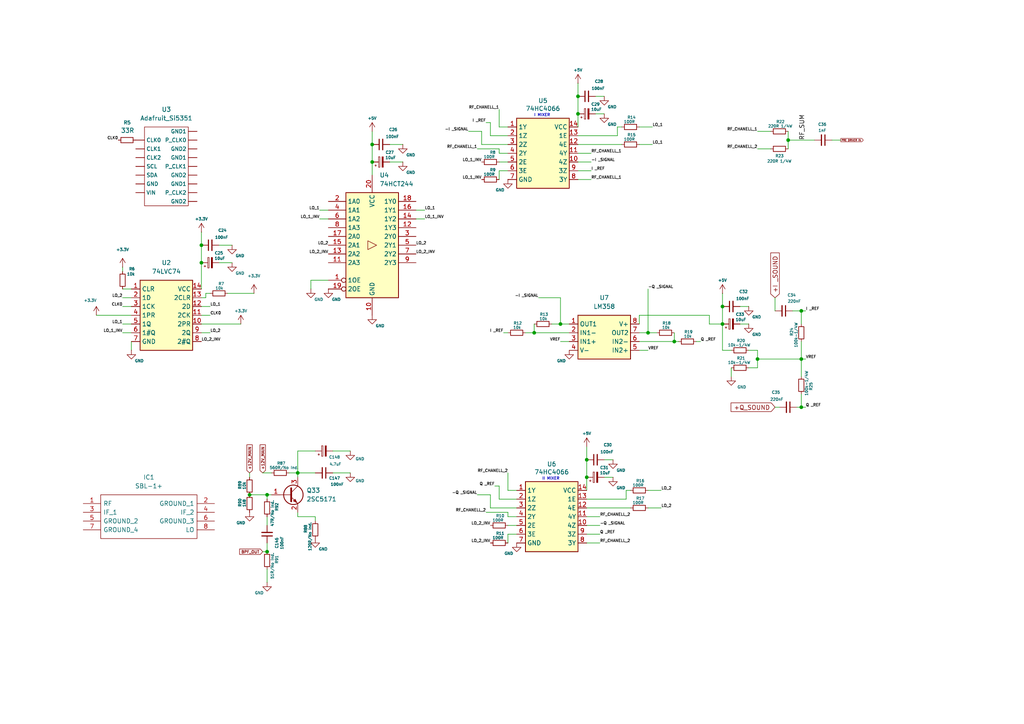
<source format=kicad_sch>
(kicad_sch (version 20250114) (generator "eeschema") (generator_version "9.0")
  (paper "A4")
  (title_block (title "Omega Radio") (comment 1 "RF, IF"))
  (lib_symbols
    (symbol "74HC4066_1"
      (property "Reference" "U" (at 0 12.7 0))
      (property "Value" "74HC4066" (at 0 10.16 0))
      (symbol "74HC4066_1_0_0"
        (pin no_connect line (at 7.62 -8.89 180) (length 2.54) (hide yes) (name "NC") (number "4"))
        (pin no_connect line (at 7.62 -11.43 180) (length 2.54) (hide yes) (name "NC") (number "11"))
      )
      (symbol "74HC4066_1_0_1"
        (rectangle (start -7.62 8.89) (end 7.62 -11.43) (stroke (width 0.254)) (fill (type background)))
      )
      (symbol "74HC4066_1_1_0"
        (pin input line (at -10.16 6.35 0) (length 2.54) (name "1Y") (number "1"))
        (pin input line (at -10.16 3.81 0) (length 2.54) (name "1Z") (number "2"))
        (pin input line (at -10.16 1.27 0) (length 2.54) (name "2Z") (number "3"))
        (pin input line (at -10.16 -1.27 0) (length 2.54) (name "2Y") (number "4"))
        (pin input line (at -10.16 -3.81 0) (length 2.54) (name "2E") (number "5"))
        (pin input line (at -10.16 -6.35 0) (length 2.54) (name "3E") (number "6"))
        (pin input line (at -10.16 -8.89 0) (length 2.54) (name "GND") (number "7"))
        (pin power_in line (at 10.16 6.35 180) (length 2.54) (name "VCC") (number "14"))
        (pin input line (at 10.16 3.81 180) (length 2.54) (name "1E") (number "13"))
        (pin input line (at 10.16 1.27 180) (length 2.54) (name "4E") (number "12"))
        (pin input line (at 10.16 -1.27 180) (length 2.54) (name "4Y") (number "11"))
        (pin input line (at 10.16 -3.81 180) (length 2.54) (name "4Z") (number "10"))
        (pin input line (at 10.16 -6.35 180) (length 2.54) (name "3Z") (number "9"))
        (pin output line (at 10.16 -8.89 180) (length 2.54) (name "3Y") (number "8"))
      )
    )
    (symbol "74xx:74HCT244"
      (property "Reference" "U" (at -7.62 16.51 0))
      (property "Value" "74HCT244" (at -7.62 -16.51 0))
      (symbol "74HCT244_1_0"
        (polyline (pts (xy 1.27 0) (xy -1.27 1.27) (xy -1.27 -1.27) (xy 1.27 0)) (stroke (width 0.1524)))
        (pin input line (at -12.7 12.7 0) (length 5.08) (name "1A0") (number "2"))
        (pin input line (at -12.7 10.16 0) (length 5.08) (name "1A1") (number "4"))
        (pin input line (at -12.7 7.62 0) (length 5.08) (name "1A2") (number "6"))
        (pin input line (at -12.7 5.08 0) (length 5.08) (name "1A3") (number "8"))
        (pin input line (at -12.7 2.54 0) (length 5.08) (name "2A0") (number "17"))
        (pin input line (at -12.7 0 0) (length 5.08) (name "2A1") (number "15"))
        (pin input line (at -12.7 -2.54 0) (length 5.08) (name "2A2") (number "13"))
        (pin input line (at -12.7 -5.08 0) (length 5.08) (name "2A3") (number "11"))
        (pin input inverted (at -12.7 -10.16 0) (length 5.08) (name "1OE") (number "1"))
        (pin input inverted (at -12.7 -12.7 0) (length 5.08) (name "2OE") (number "19"))
        (pin power_in line (at 0 20.32 270) (length 5.08) (name "VCC") (number "20"))
        (pin power_in line (at 0 -20.32 90) (length 5.08) (name "GND") (number "10"))
        (pin tri_state line (at 12.7 12.7 180) (length 5.08) (name "1Y0") (number "18"))
        (pin tri_state line (at 12.7 10.16 180) (length 5.08) (name "1Y1") (number "16"))
        (pin tri_state line (at 12.7 7.62 180) (length 5.08) (name "1Y2") (number "14"))
        (pin tri_state line (at 12.7 5.08 180) (length 5.08) (name "1Y3") (number "12"))
        (pin tri_state line (at 12.7 2.54 180) (length 5.08) (name "2Y0") (number "3"))
        (pin tri_state line (at 12.7 0 180) (length 5.08) (name "2Y1") (number "5"))
        (pin tri_state line (at 12.7 -2.54 180) (length 5.08) (name "2Y2") (number "7"))
        (pin tri_state line (at 12.7 -5.08 180) (length 5.08) (name "2Y3") (number "9"))
      )
      (symbol "74HCT244_1_1"
        (rectangle (start -7.62 15.24) (end 7.62 -15.24) (stroke (width 0.254)) (fill (type background)))
      )
    )
    (symbol "Device:C_Polarized_Small" (pin_numbers (hide yes)) (pin_names (offset 0.254) (hide yes))
      (property "Reference" "C" (at 0.254 1.778 0))
      (property "Value" "C_Polarized_Small" (at 0.254 -2.032 0))
      (symbol "C_Polarized_Small_0_1"
        (rectangle (start -1.524 0.6858) (end 1.524 0.3048))
        (rectangle (start -1.524 -0.3048) (end 1.524 -0.6858) (fill (type outline)))
        (polyline (pts (xy -1.27 1.524) (xy -0.762 1.524)))
        (polyline (pts (xy -1.016 1.27) (xy -1.016 1.778)))
      )
      (symbol "C_Polarized_Small_1_1"
        (pin passive line (at 0 2.54 270) (length 1.8542) (name "~") (number "1"))
        (pin passive line (at 0 -2.54 90) (length 1.8542) (name "~") (number "2"))
      )
    )
    (symbol "Device:C_Small" (pin_numbers (hide yes)) (pin_names (offset 0.254) (hide yes))
      (property "Reference" "C" (at 0.254 1.778 0))
      (property "Value" "C_Small" (at 0.254 -2.032 0))
      (symbol "C_Small_0_1"
        (polyline (pts (xy -1.524 0.508) (xy 1.524 0.508)) (stroke (width 0.3048)))
        (polyline (pts (xy -1.524 -0.508) (xy 1.524 -0.508)) (stroke (width 0.3302)))
      )
      (symbol "C_Small_1_1"
        (pin passive line (at 0 2.54 270) (length 2.032) (name "~") (number "1"))
        (pin passive line (at 0 -2.54 90) (length 2.032) (name "~") (number "2"))
      )
    )
    (symbol "Device:R_Small" (pin_numbers (hide yes)) (pin_names (offset 0.254) (hide yes))
      (property "Reference" "R" (at 0 0 90))
      (property "Value" "R_Small" (at 1.778 0 90))
      (symbol "R_Small_0_1"
        (rectangle (start -0.762 1.778) (end 0.762 -1.778) (stroke (width 0.2032)))
      )
      (symbol "R_Small_1_1"
        (pin passive line (at 0 2.54 270) (length 0.762) (name "~") (number "1"))
        (pin passive line (at 0 -2.54 90) (length 0.762) (name "~") (number "2"))
      )
    )
    (symbol "Transistor_BJT:2SC1945" (pin_names (offset 0) (hide yes))
      (property "Reference" "Q" (at 5.08 1.905 0))
      (property "Value" "2SC1945" (at 5.08 0 0))
      (symbol "2SC1945_0_1"
        (polyline (pts (xy -2.54 0) (xy 0.635 0)))
        (polyline (pts (xy 0.635 1.905) (xy 0.635 -1.905)) (stroke (width 0.508)))
        (circle (center 1.27 0) (radius 2.8194) (stroke (width 0.254)))
      )
      (symbol "2SC1945_1_1"
        (polyline (pts (xy 0.635 0.635) (xy 2.54 2.54)))
        (polyline (pts (xy 0.635 -0.635) (xy 2.54 -2.54)))
        (polyline (pts (xy 1.27 -1.778) (xy 1.778 -1.27) (xy 2.286 -2.286) (xy 1.27 -1.778)) (fill (type outline)))
        (pin input line (at -5.08 0 0) (length 2.54) (name "B") (number "1"))
        (pin passive line (at 2.54 5.08 270) (length 2.54) (name "C") (number "3"))
        (pin passive line (at 2.54 -5.08 90) (length 2.54) (name "E") (number "2"))
      )
    )
    (symbol "omega:74HC4066"
      (property "Reference" "U" (at 0 12.7 0))
      (property "Value" "74HC4066" (at 0 10.16 0))
      (symbol "74HC4066_0_0"
        (pin no_connect line (at 7.62 -8.89 180) (length 2.54) (hide yes) (name "NC") (number "4"))
        (pin no_connect line (at 7.62 -11.43 180) (length 2.54) (hide yes) (name "NC") (number "11"))
      )
      (symbol "74HC4066_0_1"
        (rectangle (start -7.62 8.89) (end 7.62 -11.43) (stroke (width 0.254)) (fill (type background)))
      )
      (symbol "74HC4066_1_0"
        (pin input line (at -10.16 6.35 0) (length 2.54) (name "1Y") (number "1"))
        (pin input line (at -10.16 3.81 0) (length 2.54) (name "1Z") (number "2"))
        (pin input line (at -10.16 1.27 0) (length 2.54) (name "2Z") (number "3"))
        (pin input line (at -10.16 -1.27 0) (length 2.54) (name "2Y") (number "4"))
        (pin input line (at -10.16 -3.81 0) (length 2.54) (name "2E") (number "5"))
        (pin input line (at -10.16 -6.35 0) (length 2.54) (name "3E") (number "6"))
        (pin input line (at -10.16 -8.89 0) (length 2.54) (name "GND") (number "7"))
        (pin power_in line (at 10.16 6.35 180) (length 2.54) (name "VCC") (number "14"))
        (pin input line (at 10.16 3.81 180) (length 2.54) (name "1E") (number "13"))
        (pin input line (at 10.16 1.27 180) (length 2.54) (name "4E") (number "12"))
        (pin input line (at 10.16 -1.27 180) (length 2.54) (name "4Y") (number "11"))
        (pin input line (at 10.16 -3.81 180) (length 2.54) (name "4Z") (number "10"))
        (pin input line (at 10.16 -6.35 180) (length 2.54) (name "3Z") (number "9"))
        (pin output line (at 10.16 -8.89 180) (length 2.54) (name "3Y") (number "8"))
      )
    )
    (symbol "omega:74LVC74"
      (property "Reference" "U" (at 7.62 1.27 0))
      (property "Value" "74LVC74" (at 7.62 -1.27 0))
      (symbol "74LVC74_0_0"
        (pin no_connect line (at 15.24 -20.32 180) (length 2.54) (hide yes) (name "NC") (number "4"))
        (pin no_connect line (at 15.24 -22.86 180) (length 2.54) (hide yes) (name "NC") (number "11"))
      )
      (symbol "74LVC74_0_1"
        (rectangle (start 0 -2.54) (end 15.24 -22.86) (stroke (width 0.254)) (fill (type background)))
      )
      (symbol "74LVC74_1_0"
        (pin input line (at -2.54 -5.08 0) (length 2.54) (name "CLR") (number "1"))
        (pin input line (at -2.54 -7.62 0) (length 2.54) (name "1D") (number "2"))
        (pin input line (at -2.54 -10.16 0) (length 2.54) (name "1CK") (number "3"))
        (pin input line (at -2.54 -12.7 0) (length 2.54) (name "1PR") (number "4"))
        (pin input line (at -2.54 -15.24 0) (length 2.54) (name "1Q") (number "5"))
        (pin input line (at -2.54 -17.78 0) (length 2.54) (name "1#Q") (number "6"))
        (pin input line (at -2.54 -20.32 0) (length 2.54) (name "GND") (number "7"))
        (pin power_in line (at 17.78 -5.08 180) (length 2.54) (name "VCC") (number "14"))
        (pin input line (at 17.78 -7.62 180) (length 2.54) (name "2CLR") (number "13"))
        (pin input line (at 17.78 -10.16 180) (length 2.54) (name "2D") (number "12"))
        (pin input line (at 17.78 -12.7 180) (length 2.54) (name "2CK") (number "11"))
        (pin input line (at 17.78 -15.24 180) (length 2.54) (name "2PR") (number "10"))
        (pin input line (at 17.78 -17.78 180) (length 2.54) (name "2Q") (number "9"))
        (pin output line (at 17.78 -20.32 180) (length 2.54) (name "2#Q") (number "8"))
      )
    )
    (symbol "omega:Adafruit_Si5351"
      (property "Reference" "U" (at 0 16.51 0))
      (property "Value" "Adafruit_Si5351" (at 1.27 13.97 0))
      (symbol "Adafruit_Si5351_1_1"
        (rectangle (start -5.08 11.43) (end 7.62 -11.43))
        (pin input line (at -7.62 7.62 0) (length 2.54) (name "CLK0") (number ""))
        (pin input line (at -7.62 5.08 0) (length 2.54) (name "CLK1") (number ""))
        (pin input line (at -7.62 2.54 0) (length 2.54) (name "CLK2") (number ""))
        (pin input line (at -7.62 0 0) (length 2.54) (name "SCL") (number ""))
        (pin input line (at -7.62 -2.54 0) (length 2.54) (name "SDA") (number ""))
        (pin input line (at -7.62 -5.08 0) (length 2.54) (name "GND") (number ""))
        (pin power_in line (at -7.62 -7.62 0) (length 2.54) (name "VIN") (number ""))
        (pin input line (at 10.16 10.16 180) (length 2.54) (name "GND1") (number ""))
        (pin input line (at 10.16 7.62 180) (length 2.54) (name "P_CLK0") (number ""))
        (pin input line (at 10.16 5.08 180) (length 2.54) (name "GND2") (number ""))
        (pin input line (at 10.16 2.54 180) (length 2.54) (name "GND1") (number ""))
        (pin input line (at 10.16 0 180) (length 2.54) (name "P_CLK1") (number ""))
        (pin input line (at 10.16 -2.54 180) (length 2.54) (name "GND2") (number ""))
        (pin input line (at 10.16 -5.08 180) (length 2.54) (name "GND1") (number ""))
        (pin input line (at 10.16 -7.62 180) (length 2.54) (name "P_CLK2") (number ""))
        (pin input line (at 10.16 -10.16 180) (length 2.54) (name "GND2") (number ""))
      )
    )
    (symbol "omega:LM358"
      (property "Reference" "U" (at 0 0 0))
      (property "Value" "LM358" (at 0 -2.54 0))
      (symbol "LM358_0_0"
        (pin no_connect line (at 7.62 -16.51 180) (length 2.54) (hide yes) (name "NC") (number "11"))
        (pin no_connect line (at 7.62 -16.51 180) (length 2.54) (hide yes) (name "NC") (number "4"))
      )
      (symbol "LM358_0_1"
        (rectangle (start -7.62 -3.81) (end 7.62 -16.51) (stroke (width 0.254)) (fill (type background)))
      )
      (symbol "LM358_1_0"
        (pin input line (at -10.16 -6.35 0) (length 2.54) (name "OUT1") (number "1"))
        (pin input line (at -10.16 -8.89 0) (length 2.54) (name "IN1-") (number "2"))
        (pin input line (at -10.16 -11.43 0) (length 2.54) (name "IN1+") (number "3"))
        (pin input line (at -10.16 -13.97 0) (length 2.54) (name "V-") (number "4"))
        (pin input line (at 10.16 -6.35 180) (length 2.54) (name "V+") (number "8"))
        (pin input line (at 10.16 -8.89 180) (length 2.54) (name "OUT2") (number "7"))
        (pin input line (at 10.16 -11.43 180) (length 2.54) (name "IN2-") (number "6"))
        (pin input line (at 10.16 -13.97 180) (length 2.54) (name "IN2+") (number "5"))
      )
    )
    (symbol "omega:SBL-1+" (pin_names (offset 0.762))
      (property "Reference" "IC" (at 34.29 7.62 0))
      (property "Value" "SBL-1+" (at 34.29 5.08 0))
      (symbol "SBL-1+_0_0"
        (pin passive line (at 0 0 0) (length 5.08) (name "RF") (number "1"))
        (pin passive line (at 0 -2.54 0) (length 5.08) (name "IF_1") (number "3"))
        (pin passive line (at 0 -5.08 0) (length 5.08) (name "GROUND_2") (number "5"))
        (pin passive line (at 0 -7.62 0) (length 5.08) (name "GROUND_4") (number "7"))
        (pin passive line (at 38.1 0 180) (length 5.08) (name "GROUND_1") (number "2"))
        (pin passive line (at 38.1 -2.54 180) (length 5.08) (name "IF_2") (number "4"))
        (pin passive line (at 38.1 -5.08 180) (length 5.08) (name "GROUND_3") (number "6"))
        (pin passive line (at 38.1 -7.62 180) (length 5.08) (name "LO") (number "8"))
      )
      (symbol "SBL-1+_0_1"
        (polyline (pts (xy 5.08 2.54) (xy 33.02 2.54) (xy 33.02 -10.16) (xy 5.08 -10.16) (xy 5.08 2.54)) (stroke (width 0.1524)))
      )
    )
    (symbol "power:+3.3V" (power) (pin_numbers (hide yes)) (pin_names (offset 0) (hide yes))
      (property "Value" "+3.3V" (at 0 3.556 0))
      (symbol "+3.3V_0_1"
        (polyline (pts (xy -0.762 1.27) (xy 0 2.54)))
        (polyline (pts (xy 0 2.54) (xy 0.762 1.27)))
        (polyline (pts (xy 0 0) (xy 0 2.54)))
      )
      (symbol "+3.3V_1_1"
        (pin power_in line (at 0 0 90) (length 0) (name "~") (number "1"))
      )
    )
    (symbol "power:GND" (power) (pin_numbers (hide yes)) (pin_names (offset 0) (hide yes))
      (property "Value" "GND" (at 0 -3.81 0))
      (symbol "GND_0_1"
        (polyline (pts (xy 0 0) (xy 0 -1.27) (xy 1.27 -1.27) (xy 0 -2.54) (xy -1.27 -1.27) (xy 0 -1.27)))
      )
      (symbol "GND_1_1"
        (pin power_in line (at 0 0 270) (length 0) (name "~") (number "1"))
      )
    )
  )
  (text "I MIXER" (at 157.226 33.528 0) (effects (font (size 0.8 0.8))))
  (text "II MIXER" (at 159.766 138.938 0) (effects (font (size 0.8 0.8))))
  (junction (at 170.18 138.43))
  (junction (at 162.56 93.98))
  (junction (at 232.41 104.14))
  (junction (at 154.94 96.52))
  (junction (at 232.41 118.11))
  (junction (at 86.36 137.16))
  (junction (at 58.42 76.2))
  (junction (at 77.47 160.02))
  (junction (at 232.41 90.17))
  (junction (at 209.55 93.98))
  (junction (at 228.6 40.64))
  (junction (at 187.96 96.52))
  (junction (at 209.55 88.9))
  (junction (at 77.47 143.51))
  (junction (at 107.95 46.99))
  (junction (at 107.95 41.91))
  (junction (at 167.64 33.02))
  (junction (at 170.18 133.35))
  (junction (at 167.64 27.94))
  (junction (at 58.42 71.12))
  (junction (at 219.71 104.14))
  (junction (at 195.58 99.06))
  (junction (at 72.39 143.51))
  (wire (pts (xy 149.86 147.32) (xy 142.24 147.32)))
  (wire (pts (xy 107.95 41.91) (xy 107.95 38.1)))
  (wire (pts (xy 91.44 149.86) (xy 86.36 149.86)))
  (wire (pts (xy 219.71 104.14) (xy 232.41 104.14)))
  (wire (pts (xy 58.42 96.52) (xy 60.96 96.52)))
  (wire (pts (xy 66.04 85.09) (xy 73.66 85.09)))
  (wire (pts (xy 92.71 63.5) (xy 95.25 63.5)))
  (wire (pts (xy 147.32 148.59) (xy 147.32 149.86)))
  (wire (pts (xy 72.39 138.43) (xy 72.39 137.16)))
  (wire (pts (xy 59.69 85.09) (xy 60.96 85.09)))
  (wire (pts (xy 185.42 96.52) (xy 187.96 96.52)))
  (wire (pts (xy 185.42 101.6) (xy 187.96 101.6)))
  (wire (pts (xy 120.65 63.5) (xy 123.19 63.5)))
  (wire (pts (xy 195.58 99.06) (xy 196.85 99.06)))
  (wire (pts (xy 232.41 90.17) (xy 232.41 93.98)))
  (wire (pts (xy 195.58 96.52) (xy 195.58 99.06)))
  (wire (pts (xy 175.26 138.43) (xy 177.8 138.43)))
  (wire (pts (xy 232.41 118.11) (xy 233.68 118.11)))
  (wire (pts (xy 231.14 118.11) (xy 232.41 118.11)))
  (wire (pts (xy 241.3 40.64) (xy 243.84 40.64)))
  (wire (pts (xy 77.47 143.51) (xy 77.47 144.78)))
  (wire (pts (xy 147.32 44.45) (xy 144.78 44.45)))
  (wire (pts (xy 180.34 36.83) (xy 179.07 36.83)))
  (wire (pts (xy 181.61 144.78) (xy 170.18 144.78)))
  (wire (pts (xy 209.55 88.9) (xy 209.55 85.09)))
  (wire (pts (xy 232.41 104.14) (xy 233.68 104.14)))
  (wire (pts (xy 142.24 35.56) (xy 142.24 39.37)))
  (wire (pts (xy 209.55 93.98) (xy 209.55 88.9)))
  (wire (pts (xy 175.26 133.35) (xy 177.8 133.35)))
  (wire (pts (xy 77.47 143.51) (xy 78.74 143.51)))
  (wire (pts (xy 219.71 106.68) (xy 217.17 106.68)))
  (wire (pts (xy 167.64 46.99) (xy 171.45 46.99)))
  (wire (pts (xy 214.63 88.9) (xy 217.17 88.9)))
  (wire (pts (xy 179.07 36.83) (xy 179.07 39.37)))
  (wire (pts (xy 77.47 157.48) (xy 77.47 160.02)))
  (wire (pts (xy 144.78 43.18) (xy 144.78 44.45)))
  (wire (pts (xy 167.64 49.53) (xy 171.45 49.53)))
  (wire (pts (xy 147.32 137.16) (xy 147.32 142.24)))
  (wire (pts (xy 144.78 46.99) (xy 147.32 46.99)))
  (wire (pts (xy 147.32 148.59) (xy 140.97 148.59)))
  (wire (pts (xy 232.41 118.11) (xy 232.41 114.3)))
  (wire (pts (xy 170.18 147.32) (xy 182.88 147.32)))
  (wire (pts (xy 152.4 96.52) (xy 154.94 96.52)))
  (wire (pts (xy 205.74 93.98) (xy 209.55 93.98)))
  (wire (pts (xy 113.03 41.91) (xy 116.84 41.91)))
  (wire (pts (xy 229.87 90.17) (xy 232.41 90.17)))
  (wire (pts (xy 77.47 165.1) (xy 77.47 168.91)))
  (wire (pts (xy 92.71 60.96) (xy 95.25 60.96)))
  (wire (pts (xy 228.6 40.64) (xy 236.22 40.64)))
  (wire (pts (xy 38.1 99.06) (xy 38.1 101.6)))
  (wire (pts (xy 224.79 86.36) (xy 224.79 90.17)))
  (wire (pts (xy 187.96 147.32) (xy 191.77 147.32)))
  (wire (pts (xy 107.95 46.99) (xy 107.95 41.91)))
  (wire (pts (xy 143.51 140.97) (xy 144.78 140.97)))
  (wire (pts (xy 179.07 39.37) (xy 167.64 39.37)))
  (wire (pts (xy 86.36 137.16) (xy 86.36 138.43)))
  (wire (pts (xy 172.72 33.02) (xy 175.26 33.02)))
  (wire (pts (xy 185.42 41.91) (xy 189.23 41.91)))
  (wire (pts (xy 209.55 101.6) (xy 212.09 101.6)))
  (wire (pts (xy 142.24 39.37) (xy 147.32 39.37)))
  (wire (pts (xy 147.32 152.4) (xy 149.86 152.4)))
  (wire (pts (xy 63.5 71.12) (xy 67.31 71.12)))
  (wire (pts (xy 181.61 144.78) (xy 181.61 142.24)))
  (wire (pts (xy 185.42 93.98) (xy 185.42 91.44)))
  (wire (pts (xy 58.42 76.2) (xy 58.42 83.82)))
  (wire (pts (xy 185.42 99.06) (xy 195.58 99.06)))
  (wire (pts (xy 35.56 77.47) (xy 35.56 78.74)))
  (wire (pts (xy 232.41 109.22) (xy 232.41 104.14)))
  (wire (pts (xy 35.56 96.52) (xy 38.1 96.52)))
  (wire (pts (xy 162.56 99.06) (xy 165.1 99.06)))
  (wire (pts (xy 173.99 149.86) (xy 170.18 149.86)))
  (wire (pts (xy 140.97 35.56) (xy 142.24 35.56)))
  (wire (pts (xy 144.78 49.53) (xy 147.32 49.53)))
  (wire (pts (xy 96.52 130.81) (xy 101.6 130.81)))
  (wire (pts (xy 27.94 91.44) (xy 38.1 91.44)))
  (wire (pts (xy 35.56 86.36) (xy 38.1 86.36)))
  (wire (pts (xy 135.89 38.1) (xy 139.7 38.1)))
  (wire (pts (xy 113.03 46.99) (xy 116.84 46.99)))
  (wire (pts (xy 58.42 76.2) (xy 58.42 71.12)))
  (wire (pts (xy 187.96 96.52) (xy 190.5 96.52)))
  (wire (pts (xy 83.82 137.16) (xy 86.36 137.16)))
  (wire (pts (xy 77.47 160.02) (xy 76.2 160.02)))
  (wire (pts (xy 232.41 90.17) (xy 233.68 90.17)))
  (wire (pts (xy 226.06 118.11) (xy 224.79 118.11)))
  (wire (pts (xy 167.64 52.07) (xy 171.45 52.07)))
  (wire (pts (xy 35.56 88.9) (xy 38.1 88.9)))
  (wire (pts (xy 58.42 88.9) (xy 60.96 88.9)))
  (wire (pts (xy 170.18 133.35) (xy 170.18 129.54)))
  (wire (pts (xy 214.63 93.98) (xy 217.17 93.98)))
  (wire (pts (xy 167.64 27.94) (xy 167.64 24.13)))
  (wire (pts (xy 181.61 142.24) (xy 182.88 142.24)))
  (wire (pts (xy 86.36 149.86) (xy 86.36 148.59)))
  (wire (pts (xy 170.18 138.43) (xy 170.18 142.24)))
  (wire (pts (xy 91.44 151.13) (xy 91.44 149.86)))
  (wire (pts (xy 95.25 81.28) (xy 90.17 81.28)))
  (wire (pts (xy 144.78 52.07) (xy 144.78 49.53)))
  (wire (pts (xy 35.56 93.98) (xy 38.1 93.98)))
  (wire (pts (xy 77.47 149.86) (xy 77.47 152.4)))
  (wire (pts (xy 219.71 43.18) (xy 223.52 43.18)))
  (wire (pts (xy 154.94 93.98) (xy 154.94 96.52)))
  (wire (pts (xy 219.71 104.14) (xy 219.71 106.68)))
  (wire (pts (xy 228.6 40.64) (xy 228.6 43.18)))
  (wire (pts (xy 147.32 36.83) (xy 144.78 36.83)))
  (wire (pts (xy 63.5 76.2) (xy 67.31 76.2)))
  (wire (pts (xy 217.17 101.6) (xy 219.71 101.6)))
  (wire (pts (xy 171.45 44.45) (xy 167.64 44.45)))
  (wire (pts (xy 147.32 157.48) (xy 147.32 154.94)))
  (wire (pts (xy 185.42 36.83) (xy 189.23 36.83)))
  (wire (pts (xy 170.18 152.4) (xy 173.99 152.4)))
  (wire (pts (xy 205.74 91.44) (xy 205.74 93.98)))
  (wire (pts (xy 76.2 137.16) (xy 78.74 137.16)))
  (wire (pts (xy 138.43 143.51) (xy 142.24 143.51)))
  (wire (pts (xy 187.96 83.82) (xy 187.96 96.52)))
  (wire (pts (xy 228.6 38.1) (xy 228.6 40.64)))
  (wire (pts (xy 72.39 143.51) (xy 77.47 143.51)))
  (wire (pts (xy 203.2 99.06) (xy 201.93 99.06)))
  (wire (pts (xy 232.41 99.06) (xy 232.41 104.14)))
  (wire (pts (xy 139.7 41.91) (xy 139.7 38.1)))
  (wire (pts (xy 58.42 71.12) (xy 58.42 67.31)))
  (wire (pts (xy 86.36 130.81) (xy 86.36 137.16)))
  (wire (pts (xy 123.19 60.96) (xy 120.65 60.96)))
  (wire (pts (xy 58.42 91.44) (xy 60.96 91.44)))
  (wire (pts (xy 149.86 149.86) (xy 147.32 149.86)))
  (wire (pts (xy 219.71 38.1) (xy 223.52 38.1)))
  (wire (pts (xy 154.94 96.52) (xy 165.1 96.52)))
  (wire (pts (xy 142.24 147.32) (xy 142.24 143.51)))
  (wire (pts (xy 167.64 41.91) (xy 180.34 41.91)))
  (wire (pts (xy 209.55 93.98) (xy 209.55 101.6)))
  (wire (pts (xy 212.09 106.68) (xy 212.09 109.22)))
  (wire (pts (xy 101.6 137.16) (xy 96.52 137.16)))
  (wire (pts (xy 144.78 43.18) (xy 138.43 43.18)))
  (wire (pts (xy 167.64 33.02) (xy 167.64 36.83)))
  (wire (pts (xy 160.02 93.98) (xy 162.56 93.98)))
  (wire (pts (xy 156.21 86.36) (xy 162.56 86.36)))
  (wire (pts (xy 149.86 142.24) (xy 147.32 142.24)))
  (wire (pts (xy 162.56 93.98) (xy 165.1 93.98)))
  (wire (pts (xy 170.18 157.48) (xy 173.99 157.48)))
  (wire (pts (xy 59.69 85.09) (xy 59.69 86.36)))
  (wire (pts (xy 147.32 41.91) (xy 139.7 41.91)))
  (wire (pts (xy 172.72 27.94) (xy 175.26 27.94)))
  (wire (pts (xy 185.42 91.44) (xy 205.74 91.44)))
  (wire (pts (xy 107.95 46.99) (xy 107.95 50.8)))
  (wire (pts (xy 147.32 154.94) (xy 149.86 154.94)))
  (wire (pts (xy 35.56 83.82) (xy 38.1 83.82)))
  (wire (pts (xy 91.44 137.16) (xy 86.36 137.16)))
  (wire (pts (xy 167.64 33.02) (xy 167.64 27.94)))
  (wire (pts (xy 170.18 138.43) (xy 170.18 133.35)))
  (wire (pts (xy 58.42 93.98) (xy 69.85 93.98)))
  (wire (pts (xy 144.78 144.78) (xy 149.86 144.78)))
  (wire (pts (xy 162.56 93.98) (xy 162.56 86.36)))
  (wire (pts (xy 91.44 130.81) (xy 86.36 130.81)))
  (wire (pts (xy 144.78 31.75) (xy 144.78 36.83)))
  (wire (pts (xy 144.78 140.97) (xy 144.78 144.78)))
  (wire (pts (xy 170.18 154.94) (xy 173.99 154.94)))
  (wire (pts (xy 187.96 142.24) (xy 191.77 142.24)))
  (wire (pts (xy 90.17 81.28) (xy 90.17 83.82)))
  (wire (pts (xy 59.69 86.36) (xy 58.42 86.36)))
  (wire (pts (xy 146.05 96.52) (xy 147.32 96.52)))
  (wire (pts (xy 219.71 101.6) (xy 219.71 104.14)))
  (label "-I _SIGNAL" (at 156.21 86.36 180) (effects (font (size 0.8 0.8))))
  (label "LO_1" (at 92.71 60.96 180) (effects (font (size 0.8 0.8))))
  (label "LO_2_INV" (at 120.65 73.66 0) (effects (font (size 0.8 0.8))))
  (label "LO_2_INV" (at 142.24 152.4 180) (effects (font (size 0.8 0.8))))
  (label "VREF" (at 187.96 101.6 0) (effects (font (size 0.8 0.8))))
  (label "CLK0" (at 60.96 91.44 0) (effects (font (size 0.8 0.8))))
  (label "Q _REF" (at 233.68 118.11 0) (effects (font (size 0.8 0.8))))
  (label "RF_CHANELL_1" (at 171.45 44.45 0) (effects (font (size 0.8 0.8))))
  (label "LO_1" (at 35.56 93.98 180) (effects (font (size 0.8 0.8))))
  (label "LO_2_INV" (at 95.25 73.66 180) (effects (font (size 0.8 0.8))))
  (label "LO_1_INV" (at 35.56 96.52 180) (effects (font (size 0.8 0.8))))
  (label "LO_1" (at 123.19 60.96 0) (effects (font (size 0.8 0.8))))
  (label "I _REF" (at 140.97 35.56 180) (effects (font (size 0.8 0.8))))
  (label "I _REF" (at 171.45 49.53 0) (effects (font (size 0.8 0.8))))
  (label "RF_CHANELL_2" (at 147.32 137.16 180) (effects (font (size 0.8 0.8))))
  (label "LO_1_INV" (at 92.71 63.5 180) (effects (font (size 0.8 0.8))))
  (label "Q _REF" (at 203.2 99.06 0) (effects (font (size 0.8 0.8))))
  (label "LO_2" (at 120.65 71.12 0) (effects (font (size 0.8 0.8))))
  (label "RF_CHANELL_1" (at 138.43 43.18 180) (effects (font (size 0.8 0.8))))
  (label "LO_2" (at 191.77 142.24 0) (effects (font (size 0.8 0.8))))
  (label "RF_CHANELL_2" (at 140.97 148.59 180) (effects (font (size 0.8 0.8))))
  (label "RF_CHANELL_2" (at 173.99 157.48 0) (effects (font (size 0.8 0.8))))
  (label "LO_2_INV" (at 58.42 99.06 0) (effects (font (size 0.8 0.8))))
  (label "VREF" (at 233.68 104.14 0) (effects (font (size 0.8 0.8))))
  (label "LO_2" (at 60.96 96.52 0) (effects (font (size 0.8 0.8))))
  (label "I _REF" (at 233.68 90.17 0) (effects (font (size 0.8 0.8))))
  (label "RF_CHANELL_2" (at 219.71 43.18 180) (effects (font (size 0.8 0.8))))
  (label "RF_SUM" (at 233.68 40.64 90))
  (label "LO_1" (at 189.23 41.91 0) (effects (font (size 0.8 0.8))))
  (label "VREF" (at 162.56 99.06 180) (effects (font (size 0.8 0.8))))
  (label "LO_1_INV" (at 123.19 63.5 0) (effects (font (size 0.8 0.8))))
  (label "RF_CHANELL_2" (at 173.99 149.86 0) (effects (font (size 0.8 0.8))))
  (label "-Q _SIGNAL" (at 138.43 143.51 180) (effects (font (size 0.8 0.8))))
  (label "RF_CHANELL_1" (at 144.78 31.75 180) (effects (font (size 0.8 0.8))))
  (label "LO_2" (at 191.77 147.32 0) (effects (font (size 0.8 0.8))))
  (label "LO_1" (at 189.23 36.83 0) (effects (font (size 0.8 0.8))))
  (label "CLK0" (at 34.29 40.64 180) (effects (font (size 0.8 0.8))))
  (label "RF_CHANELL_1" (at 219.71 38.1 180) (effects (font (size 0.8 0.8))))
  (label "LO_2" (at 95.25 71.12 180) (effects (font (size 0.8 0.8))))
  (label "-Q _SIGNAL" (at 187.96 83.82 0) (effects (font (size 0.8 0.8))))
  (label "LO_2_INV" (at 142.24 157.48 180) (effects (font (size 0.8 0.8))))
  (label "LO_2" (at 35.56 86.36 180) (effects (font (size 0.8 0.8))))
  (label "-I _SIGNAL" (at 135.89 38.1 180) (effects (font (size 0.8 0.8))))
  (label "-I _SIGNAL" (at 171.45 46.99 0) (effects (font (size 0.8 0.8))))
  (label "RF_CHANELL_1" (at 171.45 52.07 0) (effects (font (size 0.8 0.8))))
  (label "LO_1_INV" (at 139.7 52.07 180) (effects (font (size 0.8 0.8))))
  (label "Q _REF" (at 143.51 140.97 180) (effects (font (size 0.8 0.8))))
  (label "CLK0" (at 35.56 88.9 180) (effects (font (size 0.8 0.8))))
  (label "LO_1_INV" (at 139.7 46.99 180) (effects (font (size 0.8 0.8))))
  (label "Q _REF" (at 173.99 154.94 0) (effects (font (size 0.8 0.8))))
  (label "-Q _SIGNAL" (at 173.99 152.4 0) (effects (font (size 0.8 0.8))))
  (label "I _REF" (at 146.05 96.52 180) (effects (font (size 0.8 0.8))))
  (label "LO_1" (at 60.96 88.9 0) (effects (font (size 0.8 0.8))))
  (global_label "+12V_MAIN" (shape input) (at 72.39 137.16 90) (effects (font (size 0.8 0.8))) (property "Intersheetrefs" "3" (effects (hide yes))))
  (global_label "+Q_SOUND" (shape input) (at 224.79 118.11 180) (property "Intersheetrefs" "${INTERSHEET_REFS}" (effects (hide yes))))
  (global_label "+I _SOUND" (shape input) (at 224.79 86.36 90) (property "Intersheetrefs" "${INTERSHEET_REFS}" (effects (hide yes))))
  (global_label "PRE DRIVER IN" (shape output) (at 243.84 40.64 0) (effects (font (size 0.5 0.5))) (property "Intersheetrefs" "${INTERSHEET_REFS}" (effects (hide yes))))
  (global_label "BPF_OUT" (shape input) (at 76.2 160.02 180) (effects (font (size 0.8 0.8))) (property "Intersheetrefs" "${INTERSHEET_REFS}" (effects (hide yes))))
  (global_label "+12V_MAIN" (shape input) (at 76.2 137.16 90) (effects (font (size 0.8 0.8))) (property "Intersheetrefs" "3" (effects (hide yes))))
  (symbol (lib_id "power:+3.3V") (at 27.94 91.44 0) (unit 1)
    (property "Reference" "#PWR044" (effects (hide yes)))
    (property "Value" "+3.3V" (at 26.162 87.122 0) (effects (font (size 0.8 0.8))))
    (property "Description" "Power symbol creates a global label with name \"+3.3V\"" (effects (hide yes)))
  )
  (symbol (lib_id "power:GND") (at 67.31 76.2 0) (unit 1)
    (property "Reference" "#PWR049" (effects (hide yes)))
    (property "Value" "GND" (at 69.596 79.248 0) (effects (font (size 0.8 0.8))))
    (property "Description" "Power symbol creates a global label with name \"GND\" , ground" (effects (hide yes)))
  )
  (symbol (lib_id "power:GND") (at 217.17 88.9 0) (unit 1)
    (property "Reference" "#PWR069" (effects (hide yes)))
    (property "Value" "GND" (at 219.456 91.948 0) (effects (font (size 0.8 0.8))))
    (property "Description" "Power symbol creates a global label with name \"GND\" , ground" (effects (hide yes)))
  )
  (symbol (lib_id "Device:R_Small") (at 182.88 36.83 90) (mirror x) (unit 1)
    (property "Reference" "R14" (at 184.404 34.036 90) (effects (font (size 0.8 0.8)) (justify left)))
    (property "Value" "100R" (at 184.15 35.306 90) (effects (font (size 0.8 0.8)) (justify left)))
    (property "Description" "Resistor, small symbol" (effects (hide yes)))
  )
  (symbol (lib_id "power:GND") (at 116.84 41.91 0) (unit 1)
    (property "Reference" "#PWR056" (effects (hide yes)))
    (property "Value" "GND" (at 119.126 44.958 0) (effects (font (size 0.8 0.8))))
    (property "Description" "Power symbol creates a global label with name \"GND\" , ground" (effects (hide yes)))
  )
  (symbol (lib_id "Device:R_Small") (at 77.47 147.32 180) (unit 1)
    (property "Reference" "R92" (at 80.264 145.796 90) (effects (font (size 0.8 0.8)) (justify left)))
    (property "Value" "47R/No Ind." (at 78.994 145.034 90) (effects (font (size 0.8 0.8)) (justify left)))
    (property "Description" "Resistor, small symbol" (effects (hide yes)))
  )
  (symbol (lib_id "power:GND") (at 101.6 137.16 0) (mirror y) (unit 1)
    (property "Reference" "#PWR0201" (effects (hide yes)))
    (property "Value" "GND" (at 104.394 139.446 0) (effects (font (size 0.8 0.8))))
    (property "Description" "Power symbol creates a global label with name \"GND\" , ground" (effects (hide yes)))
  )
  (symbol (lib_id "power:+3.3V") (at 35.56 77.47 0) (unit 1)
    (property "Reference" "#PWR045" (effects (hide yes)))
    (property "Value" "+3.3V" (at 35.56 72.39 0) (effects (font (size 0.8 0.8))))
    (property "Description" "Power symbol creates a global label with name \"+3.3V\"" (effects (hide yes)))
  )
  (symbol (lib_id "Device:R_Small") (at 185.42 142.24 90) (mirror x) (unit 1)
    (property "Reference" "R16" (at 186.944 139.446 90) (effects (font (size 0.8 0.8)) (justify left)))
    (property "Value" "100R" (at 186.69 140.716 90) (effects (font (size 0.8 0.8)) (justify left)))
    (property "Description" "Resistor, small symbol" (effects (hide yes)))
  )
  (symbol (lib_id "Device:R_Small") (at 144.78 157.48 90) (mirror x) (unit 1)
    (property "Reference" "R11" (at 146.304 154.686 90) (effects (font (size 0.8 0.8)) (justify left)))
    (property "Value" "100R" (at 146.05 155.956 90) (effects (font (size 0.8 0.8)) (justify left)))
    (property "Description" "Resistor, small symbol" (effects (hide yes)))
  )
  (symbol (lib_id "Device:R_Small") (at 232.41 96.52 0) (mirror x) (unit 1)
    (property "Reference" "R24" (at 229.616 94.996 90) (effects (font (size 0.8 0.8)) (justify left)))
    (property "Value" "100k-1/4W" (at 230.886 93.472 90) (effects (font (size 0.8 0.8)) (justify left)))
    (property "Description" "Resistor, small symbol" (effects (hide yes)))
  )
  (symbol (lib_id "power:GND") (at 90.17 83.82 0) (unit 1)
    (property "Reference" "#PWR052" (effects (hide yes)))
    (property "Value" "GND" (at 92.456 86.868 0) (effects (font (size 0.8 0.8))))
    (property "Description" "Power symbol creates a global label with name \"GND\" , ground" (effects (hide yes)))
  )
  (symbol (lib_id "Device:R_Small") (at 142.24 52.07 90) (mirror x) (unit 1)
    (property "Reference" "R9" (at 143.764 49.276 90) (effects (font (size 0.8 0.8)) (justify left)))
    (property "Value" "100R" (at 143.51 50.546 90) (effects (font (size 0.8 0.8)) (justify left)))
    (property "Description" "Resistor, small symbol" (effects (hide yes)))
  )
  (symbol (lib_id "Device:R_Small") (at 226.06 38.1 90) (mirror x) (unit 1)
    (property "Reference" "R22" (at 227.584 35.306 90) (effects (font (size 0.8 0.8)) (justify left)))
    (property "Value" "220R 1/4W" (at 229.87 36.576 90) (effects (font (size 0.8 0.8)) (justify left)))
    (property "Description" "Resistor, small symbol" (effects (hide yes)))
  )
  (symbol (lib_id "Device:R_Small") (at 232.41 111.76 0) (mirror y) (unit 1)
    (property "Reference" "R25" (at 235.204 113.284 90) (effects (font (size 0.8 0.8)) (justify left)))
    (property "Value" "100k-1/4W" (at 233.934 114.808 90) (effects (font (size 0.8 0.8)) (justify left)))
    (property "Description" "Resistor, small symbol" (effects (hide yes)))
  )
  (symbol (lib_id "power:GND") (at 165.1 101.6 0) (mirror y) (unit 1)
    (property "Reference" "#PWR060" (effects (hide yes)))
    (property "Value" "GND" (at 162.814 104.648 0) (effects (font (size 0.8 0.8))))
    (property "Description" "Power symbol creates a global label with name \"GND\" , ground" (effects (hide yes)))
  )
  (symbol (lib_id "Device:R_Small") (at 35.56 81.28 0) (mirror y) (unit 1)
    (property "Reference" "R6" (at 39.116 77.978 0) (effects (font (size 0.8 0.8)) (justify left)))
    (property "Value" "10k" (at 39.116 79.502 0) (effects (font (size 0.8 0.8)) (justify left)))
    (property "Description" "Resistor, small symbol" (effects (hide yes)))
  )
  (symbol (lib_id "Device:C_Small") (at 77.47 154.94 180) (unit 1)
    (property "Reference" "C146" (at 80.264 157.48 90) (effects (font (size 0.8 0.8))))
    (property "Value" "100nF" (at 81.788 157.48 90) (effects (font (size 0.8 0.8))))
    (property "Description" "Unpolarized capacitor, small symbol" (effects (hide yes)))
  )
  (symbol (lib_id "Device:R_Small") (at 157.48 93.98 90) (mirror x) (unit 1)
    (property "Reference" "R13" (at 159.004 91.186 90) (effects (font (size 0.8 0.8)) (justify left)))
    (property "Value" "10k" (at 158.75 92.456 90) (effects (font (size 0.8 0.8)) (justify left)))
    (property "Description" "Resistor, small symbol" (effects (hide yes)))
  )
  (symbol (lib_id "Device:R_Small") (at 193.04 96.52 90) (mirror x) (unit 1)
    (property "Reference" "R18" (at 194.564 93.726 90) (effects (font (size 0.8 0.8)) (justify left)))
    (property "Value" "10k" (at 194.31 94.996 90) (effects (font (size 0.8 0.8)) (justify left)))
    (property "Description" "Resistor, small symbol" (effects (hide yes)))
  )
  (symbol (lib_id "Device:C_Small") (at 110.49 41.91 90) (unit 1)
    (property "Reference" "C26" (at 114.046 37.592 90) (effects (font (size 0.8 0.8))))
    (property "Value" "100nF" (at 113.792 39.624 90) (effects (font (size 0.8 0.8))))
    (property "Description" "Unpolarized capacitor, small symbol" (effects (hide yes)))
  )
  (symbol (lib_id "Device:R_Small") (at 63.5 85.09 90) (mirror x) (unit 1)
    (property "Reference" "R7" (at 65.024 82.296 90) (effects (font (size 0.8 0.8)) (justify left)))
    (property "Value" "10k" (at 64.77 83.566 90) (effects (font (size 0.8 0.8)) (justify left)))
    (property "Description" "Resistor, small symbol" (effects (hide yes)))
  )
  (symbol (lib_id "Device:C_Small") (at 212.09 88.9 90) (unit 1)
    (property "Reference" "C32" (at 215.646 84.582 90) (effects (font (size 0.8 0.8))))
    (property "Value" "100nF" (at 215.392 86.614 90) (effects (font (size 0.8 0.8))))
    (property "Description" "Unpolarized capacitor, small symbol" (effects (hide yes)))
  )
  (symbol (lib_id "Device:R_Small") (at 72.39 140.97 0) (mirror x) (unit 1)
    (property "Reference" "R89" (at 69.596 139.446 90) (effects (font (size 0.8 0.8)) (justify left)))
    (property "Value" "10k" (at 70.866 139.7 90) (effects (font (size 0.8 0.8)) (justify left)))
    (property "Description" "Resistor, small symbol" (effects (hide yes)))
  )
  (symbol (lib_id "power:GND") (at 149.86 157.48 0) (mirror y) (unit 1)
    (property "Reference" "#PWR059" (effects (hide yes)))
    (property "Value" "GND" (at 147.574 160.528 0) (effects (font (size 0.8 0.8))))
    (property "Description" "Power symbol creates a global label with name \"GND\" , ground" (effects (hide yes)))
  )
  (symbol (lib_id "power:GND") (at 101.6 130.81 0) (mirror y) (unit 1)
    (property "Reference" "#PWR0202" (effects (hide yes)))
    (property "Value" "GND" (at 104.394 133.096 0) (effects (font (size 0.8 0.8))))
    (property "Description" "Power symbol creates a global label with name \"GND\" , ground" (effects (hide yes)))
  )
  (symbol (lib_id "power:GND") (at 175.26 33.02 0) (unit 1)
    (property "Reference" "#PWR064" (effects (hide yes)))
    (property "Value" "GND" (at 177.546 36.068 0) (effects (font (size 0.8 0.8))))
    (property "Description" "Power symbol creates a global label with name \"GND\" , ground" (effects (hide yes)))
  )
  (symbol (lib_id "Device:C_Small") (at 93.98 137.16 270) (unit 1)
    (property "Reference" "C147" (at 97.028 138.684 90) (effects (font (size 0.8 0.8))))
    (property "Value" "100nF" (at 97.79 140.462 90) (effects (font (size 0.8 0.8))))
    (property "Description" "Unpolarized capacitor, small symbol" (effects (hide yes)))
  )
  (symbol (lib_id "power:GND") (at 217.17 93.98 0) (unit 1)
    (property "Reference" "#PWR070" (effects (hide yes)))
    (property "Value" "GND" (at 219.456 97.028 0) (effects (font (size 0.8 0.8))))
    (property "Description" "Power symbol creates a global label with name \"GND\" , ground" (effects (hide yes)))
  )
  (symbol (lib_id "omega:LM358") (at 175.26 87.63 0) (unit 1)
    (property "Reference" "U7" (at 175.26 86.36 0))
    (property "Value" "LM358" (at 175.26 88.9 0))
  )
  (symbol (lib_id "Device:R_Small") (at 149.86 96.52 90) (mirror x) (unit 1)
    (property "Reference" "R12" (at 151.384 93.726 90) (effects (font (size 0.8 0.8)) (justify left)))
    (property "Value" "10k" (at 151.13 94.996 90) (effects (font (size 0.8 0.8)) (justify left)))
    (property "Description" "Resistor, small symbol" (effects (hide yes)))
  )
  (symbol (lib_id "Device:C_Polarized_Small") (at 170.18 33.02 90) (unit 1)
    (property "Reference" "C29" (at 172.72 30.226 90) (effects (font (size 0.8 0.8))))
    (property "Value" "10uF" (at 172.974 31.75 90) (effects (font (size 0.8 0.8))))
    (property "Description" "Polarized capacitor, small symbol" (effects (hide yes)))
  )
  (symbol (lib_id "Device:C_Small") (at 170.18 27.94 90) (unit 1)
    (property "Reference" "C28" (at 173.736 23.622 90) (effects (font (size 0.8 0.8))))
    (property "Value" "100nF" (at 173.482 25.654 90) (effects (font (size 0.8 0.8))))
    (property "Description" "Unpolarized capacitor, small symbol" (effects (hide yes)))
  )
  (symbol (lib_id "power:GND") (at 91.44 156.21 0) (unit 1)
    (property "Reference" "#PWR0198" (effects (hide yes)))
    (property "Value" "GND" (at 93.726 159.258 0) (effects (font (size 0.8 0.8))))
    (property "Description" "Power symbol creates a global label with name \"GND\" , ground" (effects (hide yes)))
  )
  (symbol (lib_id "omega:SBL-1+") (at 24.13 146.05 0) (unit 1)
    (property "Reference" "IC1" (at 43.18 138.43 0))
    (property "Value" "SBL-1+" (at 43.18 140.97 0))
    (property "Footprint" "SBL1" (effects (hide yes)))
    (property "Datasheet" "https://www.minicircuits.com/pdfs/SBL-1+.pdf" (effects (hide yes)))
    (property "Description" "Plug-In Frequency Mixer Level 7 (LO Power +7 dBm) 1 to 500 MHz" (effects (hide yes)))
    (property "Description_1" "Plug-In Frequency Mixer Level 7 (LO Power +7 dBm) 1 to 500 MHz" (effects (hide yes)))
    (property "Height" "7.87" (effects (hide yes)))
    (property "Mouser Part Number" "139-SBL-1+" (effects (hide yes)))
    (property "Mouser Price/Stock" "https://www.mouser.co.uk/ProductDetail/Mini-Circuits/SBL-1%2b?qs=Imq1NPwxi744wktopmRRag%3D%3D" (effects (hide yes)))
    (property "Manufacturer_Name" "Mini-Circuits" (effects (hide yes)))
    (property "Manufacturer_Part_Number" "SBL-1+" (effects (hide yes)))
  )
  (symbol (lib_id "Device:R_Small") (at 36.83 40.64 90) (unit 1)
    (property "Reference" "R5" (at 35.814 35.56 90) (effects (font (size 1.016 1.016)) (justify right)))
    (property "Value" "33R" (at 35.052 37.846 90) (effects (justify right)))
    (property "Description" "Resistor, small symbol" (effects (hide yes)))
  )
  (symbol (lib_id "Device:R_Small") (at 81.28 137.16 90) (mirror x) (unit 1)
    (property "Reference" "R87" (at 82.804 134.366 90) (effects (font (size 0.8 0.8)) (justify left)))
    (property "Value" "560R/No Ind." (at 86.614 135.636 90) (effects (font (size 0.8 0.8)) (justify left)))
    (property "Description" "Resistor, small symbol" (effects (hide yes)))
  )
  (symbol (lib_id "Device:C_Polarized_Small") (at 110.49 46.99 90) (unit 1)
    (property "Reference" "C27" (at 113.03 44.196 90) (effects (font (size 0.8 0.8))))
    (property "Value" "10uF" (at 113.284 45.72 90) (effects (font (size 0.8 0.8))))
    (property "Description" "Polarized capacitor, small symbol" (effects (hide yes)))
  )
  (symbol (lib_id "Device:C_Small") (at 60.96 71.12 90) (unit 1)
    (property "Reference" "C24" (at 64.516 66.802 90) (effects (font (size 0.8 0.8))))
    (property "Value" "100nF" (at 64.262 68.834 90) (effects (font (size 0.8 0.8))))
    (property "Description" "Unpolarized capacitor, small symbol" (effects (hide yes)))
  )
  (symbol (lib_id "power:+3.3V") (at 58.42 67.31 0) (unit 1)
    (property "Reference" "#PWR047" (effects (hide yes)))
    (property "Value" "+3.3V" (at 58.42 63.5 0) (effects (font (size 0.8 0.8))))
    (property "Description" "Power symbol creates a global label with name \"+3.3V\"" (effects (hide yes)))
  )
  (symbol (lib_id "power:GND") (at 38.1 101.6 0) (unit 1)
    (property "Reference" "#PWR046" (effects (hide yes)))
    (property "Value" "GND" (at 40.386 104.648 0) (effects (font (size 0.8 0.8))))
    (property "Description" "Power symbol creates a global label with name \"GND\" , ground" (effects (hide yes)))
  )
  (symbol (lib_id "power:+3.3V") (at 69.85 93.98 0) (unit 1)
    (property "Reference" "#PWR050" (effects (hide yes)))
    (property "Value" "+3.3V" (at 69.85 90.17 0) (effects (font (size 0.8 0.8))))
    (property "Description" "Power symbol creates a global label with name \"+3.3V\"" (effects (hide yes)))
  )
  (symbol (lib_id "Device:C_Polarized_Small") (at 60.96 76.2 90) (unit 1)
    (property "Reference" "C25" (at 63.5 73.406 90) (effects (font (size 0.8 0.8))))
    (property "Value" "10uF" (at 63.754 74.93 90) (effects (font (size 0.8 0.8))))
    (property "Description" "Polarized capacitor, small symbol" (effects (hide yes)))
  )
  (symbol (lib_id "power:GND") (at 72.39 148.59 0) (unit 1)
    (property "Reference" "#PWR0199" (effects (hide yes)))
    (property "Value" "GND" (at 69.85 151.638 0) (effects (font (size 0.8 0.8))))
    (property "Description" "Power symbol creates a global label with name \"GND\" , ground" (effects (hide yes)))
  )
  (symbol (lib_id "power:GND") (at 175.26 27.94 0) (unit 1)
    (property "Reference" "#PWR063" (effects (hide yes)))
    (property "Value" "GND" (at 177.546 30.988 0) (effects (font (size 0.8 0.8))))
    (property "Description" "Power symbol creates a global label with name \"GND\" , ground" (effects (hide yes)))
  )
  (symbol (lib_id "Device:R_Small") (at 199.39 99.06 90) (mirror x) (unit 1)
    (property "Reference" "R19" (at 200.914 96.266 90) (effects (font (size 0.8 0.8)) (justify left)))
    (property "Value" "10k" (at 200.66 97.536 90) (effects (font (size 0.8 0.8)) (justify left)))
    (property "Description" "Resistor, small symbol" (effects (hide yes)))
  )
  (symbol (lib_id "Device:R_Small") (at 77.47 162.56 180) (unit 1)
    (property "Reference" "R91" (at 80.264 161.036 90) (effects (font (size 0.8 0.8)) (justify left)))
    (property "Value" "51R/No Ind." (at 78.994 160.274 90) (effects (font (size 0.8 0.8)) (justify left)))
    (property "Description" "Resistor, small symbol" (effects (hide yes)))
  )
  (symbol (lib_id "power:+3.3V") (at 170.18 129.54 0) (unit 1)
    (property "Reference" "#PWR062" (effects (hide yes)))
    (property "Value" "+5V" (at 170.18 125.73 0) (effects (font (size 0.8 0.8))))
    (property "Description" "Power symbol creates a global label with name \"+3.3V\"" (effects (hide yes)))
  )
  (symbol (lib_id "power:GND") (at 67.31 71.12 0) (unit 1)
    (property "Reference" "#PWR048" (effects (hide yes)))
    (property "Value" "GND" (at 69.596 74.168 0) (effects (font (size 0.8 0.8))))
    (property "Description" "Power symbol creates a global label with name \"GND\" , ground" (effects (hide yes)))
  )
  (symbol (lib_id "power:+3.3V") (at 167.64 24.13 0) (unit 1)
    (property "Reference" "#PWR061" (effects (hide yes)))
    (property "Value" "+5V" (at 167.64 20.32 0) (effects (font (size 0.8 0.8))))
    (property "Description" "Power symbol creates a global label with name \"+3.3V\"" (effects (hide yes)))
  )
  (symbol (lib_id "Device:R_Small") (at 214.63 101.6 90) (mirror x) (unit 1)
    (property "Reference" "R20" (at 216.154 98.806 90) (effects (font (size 0.8 0.8)) (justify left)))
    (property "Value" "10k-1/4W" (at 217.678 100.076 90) (effects (font (size 0.8 0.8)) (justify left)))
    (property "Description" "Resistor, small symbol" (effects (hide yes)))
  )
  (symbol (lib_id "power:GND") (at 77.47 168.91 0) (mirror y) (unit 1)
    (property "Reference" "#PWR0200" (effects (hide yes)))
    (property "Value" "GND" (at 75.184 171.958 0) (effects (font (size 0.8 0.8))))
    (property "Description" "Power symbol creates a global label with name \"GND\" , ground" (effects (hide yes)))
  )
  (symbol (lib_id "Device:R_Small") (at 144.78 152.4 90) (mirror x) (unit 1)
    (property "Reference" "R10" (at 146.304 149.606 90) (effects (font (size 0.8 0.8)) (justify left)))
    (property "Value" "100R" (at 146.05 150.876 90) (effects (font (size 0.8 0.8)) (justify left)))
    (property "Description" "Resistor, small symbol" (effects (hide yes)))
  )
  (symbol (lib_id "Device:C_Polarized_Small") (at 212.09 93.98 90) (unit 1)
    (property "Reference" "C33" (at 214.63 91.186 90) (effects (font (size 0.8 0.8))))
    (property "Value" "10uF" (at 214.884 92.71 90) (effects (font (size 0.8 0.8))))
    (property "Description" "Polarized capacitor, small symbol" (effects (hide yes)))
  )
  (symbol (lib_name "74HC4066_1") (lib_id "omega:74HC4066") (at 160.02 148.59 0) (unit 1)
    (property "Reference" "U6" (at 160.02 134.62 0))
    (property "Value" "74HC4066" (at 160.02 136.906 0))
  )
  (symbol (lib_id "Device:R_Small") (at 182.88 41.91 90) (mirror x) (unit 1)
    (property "Reference" "R15" (at 184.404 39.116 90) (effects (font (size 0.8 0.8)) (justify left)))
    (property "Value" "100R" (at 184.15 40.386 90) (effects (font (size 0.8 0.8)) (justify left)))
    (property "Description" "Resistor, small symbol" (effects (hide yes)))
  )
  (symbol (lib_id "Device:C_Small") (at 228.6 118.11 270) (mirror x) (unit 1)
    (property "Reference" "C35" (at 225.044 113.792 90) (effects (font (size 0.8 0.8))))
    (property "Value" "220nF" (at 225.298 115.824 90) (effects (font (size 0.8 0.8))))
    (property "Description" "Unpolarized capacitor, small symbol" (effects (hide yes)))
  )
  (symbol (lib_id "power:+3.3V") (at 209.55 85.09 0) (unit 1)
    (property "Reference" "#PWR067" (effects (hide yes)))
    (property "Value" "+5V" (at 209.55 81.28 0) (effects (font (size 0.8 0.8))))
    (property "Description" "Power symbol creates a global label with name \"+3.3V\"" (effects (hide yes)))
  )
  (symbol (lib_id "power:+3.3V") (at 73.66 85.09 0) (unit 1)
    (property "Reference" "#PWR051" (effects (hide yes)))
    (property "Value" "+3.3V" (at 73.66 80.01 0) (effects (font (size 0.8 0.8))))
    (property "Description" "Power symbol creates a global label with name \"+3.3V\"" (effects (hide yes)))
  )
  (symbol (lib_id "power:GND") (at 177.8 138.43 0) (unit 1)
    (property "Reference" "#PWR066" (effects (hide yes)))
    (property "Value" "GND" (at 180.086 141.478 0) (effects (font (size 0.8 0.8))))
    (property "Description" "Power symbol creates a global label with name \"GND\" , ground" (effects (hide yes)))
  )
  (symbol (lib_id "omega:74LVC74") (at 40.64 78.74 0) (unit 1)
    (property "Reference" "U2" (at 48.26 76.2 0))
    (property "Value" "74LVC74" (at 48.26 78.74 0))
  )
  (symbol (lib_id "omega:Adafruit_Si5351") (at 46.99 48.26 0) (unit 1)
    (property "Reference" "U3" (at 48.26 31.75 0))
    (property "Value" "Adafruit_Si5351" (at 48.26 34.29 0))
  )
  (symbol (lib_id "Transistor_BJT:2SC1945") (at 83.82 143.51 0) (unit 1)
    (property "Reference" "Q33" (at 88.9 142.2399 0) (effects (justify left)))
    (property "Value" "2SC5171" (at 88.9 144.7799 0) (effects (justify left)))
    (property "Footprint" "Package_TO_SOT_THT:TO-220-3_Vertical" (effects (hide yes)))
  )
  (symbol (lib_id "power:GND") (at 177.8 133.35 0) (unit 1)
    (property "Reference" "#PWR065" (effects (hide yes)))
    (property "Value" "GND" (at 180.086 136.398 0) (effects (font (size 0.8 0.8))))
    (property "Description" "Power symbol creates a global label with name \"GND\" , ground" (effects (hide yes)))
  )
  (symbol (lib_id "Device:R_Small") (at 72.39 146.05 0) (mirror x) (unit 1)
    (property "Reference" "R90" (at 69.596 144.526 90) (effects (font (size 0.8 0.8)) (justify left)))
    (property "Value" "1k8" (at 70.866 144.78 90) (effects (font (size 0.8 0.8)) (justify left)))
    (property "Description" "Resistor, small symbol" (effects (hide yes)))
  )
  (symbol (lib_id "Device:R_Small") (at 185.42 147.32 90) (mirror x) (unit 1)
    (property "Reference" "R17" (at 186.944 144.526 90) (effects (font (size 0.8 0.8)) (justify left)))
    (property "Value" "100R" (at 186.69 145.796 90) (effects (font (size 0.8 0.8)) (justify left)))
    (property "Description" "Resistor, small symbol" (effects (hide yes)))
  )
  (symbol (lib_id "power:GND") (at 107.95 91.44 0) (unit 1)
    (property "Reference" "#PWR055" (effects (hide yes)))
    (property "Value" "GND" (at 110.236 94.488 0) (effects (font (size 0.8 0.8))))
    (property "Description" "Power symbol creates a global label with name \"GND\" , ground" (effects (hide yes)))
  )
  (symbol (lib_id "power:GND") (at 116.84 46.99 0) (unit 1)
    (property "Reference" "#PWR057" (effects (hide yes)))
    (property "Value" "GND" (at 119.126 50.038 0) (effects (font (size 0.8 0.8))))
    (property "Description" "Power symbol creates a global label with name \"GND\" , ground" (effects (hide yes)))
  )
  (symbol (lib_id "Device:R_Small") (at 142.24 46.99 90) (mirror x) (unit 1)
    (property "Reference" "R8" (at 143.764 44.196 90) (effects (font (size 0.8 0.8)) (justify left)))
    (property "Value" "100R" (at 143.51 45.466 90) (effects (font (size 0.8 0.8)) (justify left)))
    (property "Description" "Resistor, small symbol" (effects (hide yes)))
  )
  (symbol (lib_id "power:GND") (at 147.32 52.07 0) (mirror y) (unit 1)
    (property "Reference" "#PWR058" (effects (hide yes)))
    (property "Value" "GND" (at 145.034 55.118 0) (effects (font (size 0.8 0.8))))
    (property "Description" "Power symbol creates a global label with name \"GND\" , ground" (effects (hide yes)))
  )
  (symbol (lib_id "74xx:74HCT244") (at 107.95 71.12 0) (unit 1)
    (property "Reference" "U4" (at 110.0933 50.8 0) (effects (justify left)))
    (property "Value" "74HCT244" (at 110.0933 53.34 0) (effects (justify left)))
    (property "Datasheet" "https://assets.nexperia.com/documents/data-sheet/74HC_HCT244.pdf" (effects (hide yes)))
    (property "Description" "8-bit Buffer/Line Driver 3-state" (effects (hide yes)))
  )
  (symbol (lib_id "power:GND") (at 212.09 109.22 0) (mirror y) (unit 1)
    (property "Reference" "#PWR068" (effects (hide yes)))
    (property "Value" "GND" (at 215.138 112.268 0) (effects (font (size 0.8 0.8))))
    (property "Description" "Power symbol creates a global label with name \"GND\" , ground" (effects (hide yes)))
  )
  (symbol (lib_id "omega:74HC4066") (at 157.48 43.18 0) (unit 1)
    (property "Reference" "U5" (at 157.48 29.21 0))
    (property "Value" "74HC4066" (at 157.48 31.496 0))
  )
  (symbol (lib_id "power:+3.3V") (at 107.95 38.1 0) (unit 1)
    (property "Reference" "#PWR054" (effects (hide yes)))
    (property "Value" "+5V" (at 107.95 34.29 0) (effects (font (size 0.8 0.8))))
    (property "Description" "Power symbol creates a global label with name \"+3.3V\"" (effects (hide yes)))
  )
  (symbol (lib_id "Device:C_Small") (at 172.72 133.35 90) (unit 1)
    (property "Reference" "C30" (at 176.276 129.032 90) (effects (font (size 0.8 0.8))))
    (property "Value" "100nF" (at 176.022 131.064 90) (effects (font (size 0.8 0.8))))
    (property "Description" "Unpolarized capacitor, small symbol" (effects (hide yes)))
  )
  (symbol (lib_id "Device:R_Small") (at 91.44 153.67 0) (mirror x) (unit 1)
    (property "Reference" "R88" (at 88.646 152.146 90) (effects (font (size 0.8 0.8)) (justify left)))
    (property "Value" "120R/No Ind." (at 89.916 151.384 90) (effects (font (size 0.8 0.8)) (justify left)))
    (property "Description" "Resistor, small symbol" (effects (hide yes)))
  )
  (symbol (lib_id "Device:C_Small") (at 227.33 90.17 270) (unit 1)
    (property "Reference" "C34" (at 229.616 85.598 90) (effects (font (size 0.8 0.8))))
    (property "Value" "220nF" (at 230.378 87.376 90) (effects (font (size 0.8 0.8))))
    (property "Description" "Unpolarized capacitor, small symbol" (effects (hide yes)))
  )
  (symbol (lib_id "Device:C_Small") (at 238.76 40.64 270) (unit 1)
    (property "Reference" "C36" (at 238.506 36.068 90) (effects (font (size 0.8 0.8))))
    (property "Value" "1nF" (at 238.506 37.846 90) (effects (font (size 0.8 0.8))))
    (property "Description" "Unpolarized capacitor, small symbol" (effects (hide yes)))
  )
  (symbol (lib_id "Device:C_Polarized_Small") (at 93.98 130.81 90) (unit 1)
    (property "Reference" "C148" (at 97.028 132.588 90) (effects (font (size 0.8 0.8))))
    (property "Value" "4.7uF" (at 97.282 134.62 90) (effects (font (size 0.8 0.8))))
    (property "Description" "Polarized capacitor, small symbol" (effects (hide yes)))
  )
  (symbol (lib_id "Device:R_Small") (at 226.06 43.18 90) (unit 1)
    (property "Reference" "R23" (at 227.33 45.212 90) (effects (font (size 0.8 0.8)) (justify left)))
    (property "Value" "220R 1/4W" (at 229.616 46.736 90) (effects (font (size 0.8 0.8)) (justify left)))
    (property "Description" "Resistor, small symbol" (effects (hide yes)))
  )
  (symbol (lib_id "power:GND") (at 95.25 83.82 0) (unit 1)
    (property "Reference" "#PWR053" (effects (hide yes)))
    (property "Value" "GND" (at 97.536 86.868 0) (effects (font (size 0.8 0.8))))
    (property "Description" "Power symbol creates a global label with name \"GND\" , ground" (effects (hide yes)))
  )
  (symbol (lib_id "Device:R_Small") (at 214.63 106.68 90) (mirror x) (unit 1)
    (property "Reference" "R21" (at 216.154 103.886 90) (effects (font (size 0.8 0.8)) (justify left)))
    (property "Value" "10k-1/4W" (at 217.678 105.156 90) (effects (font (size 0.8 0.8)) (justify left)))
    (property "Description" "Resistor, small symbol" (effects (hide yes)))
  )
  (symbol (lib_id "Device:C_Polarized_Small") (at 172.72 138.43 90) (unit 1)
    (property "Reference" "C31" (at 175.26 135.636 90) (effects (font (size 0.8 0.8))))
    (property "Value" "10uF" (at 175.514 137.16 90) (effects (font (size 0.8 0.8))))
    (property "Description" "Polarized capacitor, small symbol" (effects (hide yes)))
  )
)
</source>
